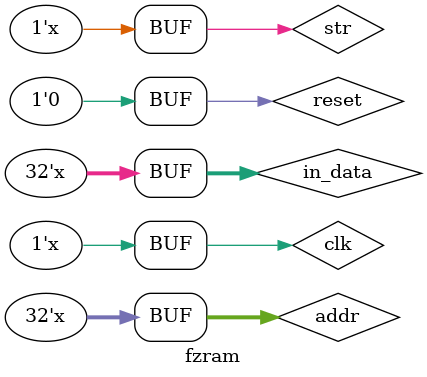
<source format=v>
module fzram(

    );
    reg clk,reset,str;
    reg [31:0] addr,in_data;
    wire [31:0] out_data;
    initial begin
        clk<=0;
        reset<=0;
        str<=0;
        addr<=0;
        in_data<=0;
    end
    always@(*)begin
        #1 clk<=~clk;
    end
    always begin    
        #2 str<=~str;
        in_data<=in_data+1;
        #1 addr<=addr+1;
    end
    RAM fz(clk, reset,str,addr,in_data,out_data);
endmodule

</source>
